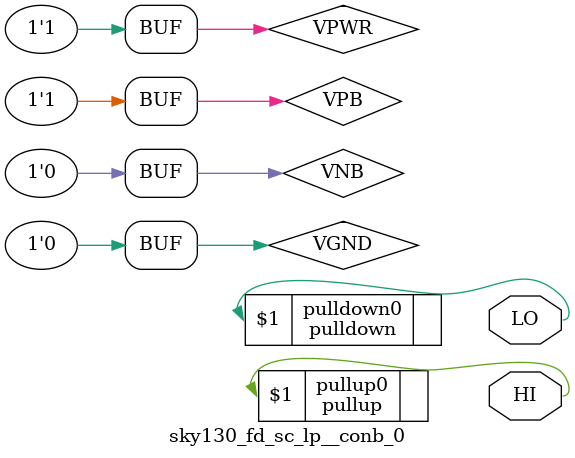
<source format=v>
/*
 * Copyright 2020 The SkyWater PDK Authors
 *
 * Licensed under the Apache License, Version 2.0 (the "License");
 * you may not use this file except in compliance with the License.
 * You may obtain a copy of the License at
 *
 *     https://www.apache.org/licenses/LICENSE-2.0
 *
 * Unless required by applicable law or agreed to in writing, software
 * distributed under the License is distributed on an "AS IS" BASIS,
 * WITHOUT WARRANTIES OR CONDITIONS OF ANY KIND, either express or implied.
 * See the License for the specific language governing permissions and
 * limitations under the License.
 *
 * SPDX-License-Identifier: Apache-2.0
*/


`ifndef SKY130_FD_SC_LP__CONB_0_TIMING_V
`define SKY130_FD_SC_LP__CONB_0_TIMING_V

/**
 * conb: Constant value, low, high outputs.
 *
 * Verilog simulation timing model.
 */

`timescale 1ns / 1ps
`default_nettype none

`celldefine
module sky130_fd_sc_lp__conb_0 (
    HI,
    LO
);

    // Module ports
    output HI;
    output LO;

    // Module supplies
    supply1 VPWR;
    supply0 VGND;
    supply1 VPB ;
    supply0 VNB ;

    //       Name       Output
    pullup   pullup0   (HI    );
    pulldown pulldown0 (LO    );

endmodule
`endcelldefine

`default_nettype wire
`endif  // SKY130_FD_SC_LP__CONB_0_TIMING_V

</source>
